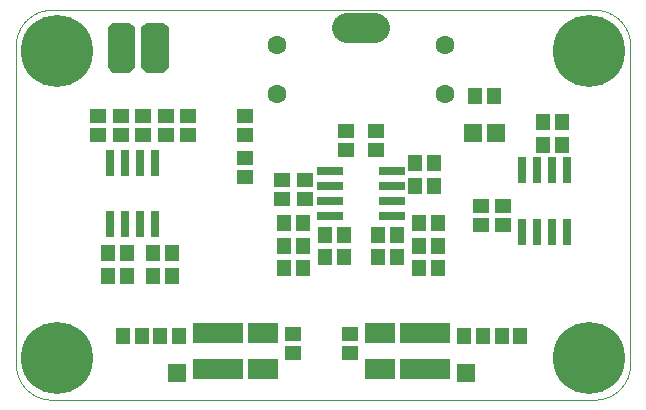
<source format=gts>
G75*
%MOIN*%
%OFA0B0*%
%FSLAX25Y25*%
%IPPOS*%
%LPD*%
%AMOC8*
5,1,8,0,0,1.08239X$1,22.5*
%
%ADD10C,0.00394*%
%ADD11C,0.01600*%
%ADD12R,0.02762X0.09061*%
%ADD13R,0.05518X0.04731*%
%ADD14R,0.09849X0.06699*%
%ADD15R,0.09061X0.02762*%
%ADD16R,0.04731X0.05518*%
%ADD17R,0.16935X0.06699*%
%ADD18C,0.06306*%
%ADD19C,0.09849*%
%ADD20C,0.24022*%
%ADD21R,0.06306X0.06306*%
D10*
X0032280Y0024681D02*
X0213383Y0024681D01*
X0213668Y0024684D01*
X0213954Y0024695D01*
X0214239Y0024712D01*
X0214523Y0024736D01*
X0214807Y0024767D01*
X0215090Y0024805D01*
X0215371Y0024850D01*
X0215652Y0024901D01*
X0215932Y0024959D01*
X0216210Y0025024D01*
X0216486Y0025096D01*
X0216760Y0025174D01*
X0217033Y0025259D01*
X0217303Y0025351D01*
X0217571Y0025449D01*
X0217837Y0025553D01*
X0218100Y0025664D01*
X0218360Y0025781D01*
X0218618Y0025904D01*
X0218872Y0026034D01*
X0219123Y0026170D01*
X0219371Y0026311D01*
X0219615Y0026459D01*
X0219856Y0026612D01*
X0220092Y0026772D01*
X0220325Y0026937D01*
X0220554Y0027107D01*
X0220779Y0027283D01*
X0220999Y0027465D01*
X0221215Y0027651D01*
X0221426Y0027843D01*
X0221633Y0028040D01*
X0221835Y0028242D01*
X0222032Y0028449D01*
X0222224Y0028660D01*
X0222410Y0028876D01*
X0222592Y0029096D01*
X0222768Y0029321D01*
X0222938Y0029550D01*
X0223103Y0029783D01*
X0223263Y0030019D01*
X0223416Y0030260D01*
X0223564Y0030504D01*
X0223705Y0030752D01*
X0223841Y0031003D01*
X0223971Y0031257D01*
X0224094Y0031515D01*
X0224211Y0031775D01*
X0224322Y0032038D01*
X0224426Y0032304D01*
X0224524Y0032572D01*
X0224616Y0032842D01*
X0224701Y0033115D01*
X0224779Y0033389D01*
X0224851Y0033665D01*
X0224916Y0033943D01*
X0224974Y0034223D01*
X0225025Y0034504D01*
X0225070Y0034785D01*
X0225108Y0035068D01*
X0225139Y0035352D01*
X0225163Y0035636D01*
X0225180Y0035921D01*
X0225191Y0036207D01*
X0225194Y0036492D01*
X0225194Y0142791D01*
X0225191Y0143076D01*
X0225180Y0143362D01*
X0225163Y0143647D01*
X0225139Y0143931D01*
X0225108Y0144215D01*
X0225070Y0144498D01*
X0225025Y0144779D01*
X0224974Y0145060D01*
X0224916Y0145340D01*
X0224851Y0145618D01*
X0224779Y0145894D01*
X0224701Y0146168D01*
X0224616Y0146441D01*
X0224524Y0146711D01*
X0224426Y0146979D01*
X0224322Y0147245D01*
X0224211Y0147508D01*
X0224094Y0147768D01*
X0223971Y0148026D01*
X0223841Y0148280D01*
X0223705Y0148531D01*
X0223564Y0148779D01*
X0223416Y0149023D01*
X0223263Y0149264D01*
X0223103Y0149500D01*
X0222938Y0149733D01*
X0222768Y0149962D01*
X0222592Y0150187D01*
X0222410Y0150407D01*
X0222224Y0150623D01*
X0222032Y0150834D01*
X0221835Y0151041D01*
X0221633Y0151243D01*
X0221426Y0151440D01*
X0221215Y0151632D01*
X0220999Y0151818D01*
X0220779Y0152000D01*
X0220554Y0152176D01*
X0220325Y0152346D01*
X0220092Y0152511D01*
X0219856Y0152671D01*
X0219615Y0152824D01*
X0219371Y0152972D01*
X0219123Y0153113D01*
X0218872Y0153249D01*
X0218618Y0153379D01*
X0218360Y0153502D01*
X0218100Y0153619D01*
X0217837Y0153730D01*
X0217571Y0153834D01*
X0217303Y0153932D01*
X0217033Y0154024D01*
X0216760Y0154109D01*
X0216486Y0154187D01*
X0216210Y0154259D01*
X0215932Y0154324D01*
X0215652Y0154382D01*
X0215371Y0154433D01*
X0215090Y0154478D01*
X0214807Y0154516D01*
X0214523Y0154547D01*
X0214239Y0154571D01*
X0213954Y0154588D01*
X0213668Y0154599D01*
X0213383Y0154602D01*
X0032280Y0154602D01*
X0031995Y0154599D01*
X0031709Y0154588D01*
X0031424Y0154571D01*
X0031140Y0154547D01*
X0030856Y0154516D01*
X0030573Y0154478D01*
X0030292Y0154433D01*
X0030011Y0154382D01*
X0029731Y0154324D01*
X0029453Y0154259D01*
X0029177Y0154187D01*
X0028903Y0154109D01*
X0028630Y0154024D01*
X0028360Y0153932D01*
X0028092Y0153834D01*
X0027826Y0153730D01*
X0027563Y0153619D01*
X0027303Y0153502D01*
X0027045Y0153379D01*
X0026791Y0153249D01*
X0026540Y0153113D01*
X0026292Y0152972D01*
X0026048Y0152824D01*
X0025807Y0152671D01*
X0025571Y0152511D01*
X0025338Y0152346D01*
X0025109Y0152176D01*
X0024884Y0152000D01*
X0024664Y0151818D01*
X0024448Y0151632D01*
X0024237Y0151440D01*
X0024030Y0151243D01*
X0023828Y0151041D01*
X0023631Y0150834D01*
X0023439Y0150623D01*
X0023253Y0150407D01*
X0023071Y0150187D01*
X0022895Y0149962D01*
X0022725Y0149733D01*
X0022560Y0149500D01*
X0022400Y0149264D01*
X0022247Y0149023D01*
X0022099Y0148779D01*
X0021958Y0148531D01*
X0021822Y0148280D01*
X0021692Y0148026D01*
X0021569Y0147768D01*
X0021452Y0147508D01*
X0021341Y0147245D01*
X0021237Y0146979D01*
X0021139Y0146711D01*
X0021047Y0146441D01*
X0020962Y0146168D01*
X0020884Y0145894D01*
X0020812Y0145618D01*
X0020747Y0145340D01*
X0020689Y0145060D01*
X0020638Y0144779D01*
X0020593Y0144498D01*
X0020555Y0144215D01*
X0020524Y0143931D01*
X0020500Y0143647D01*
X0020483Y0143362D01*
X0020472Y0143076D01*
X0020469Y0142791D01*
X0020469Y0036492D01*
X0020472Y0036207D01*
X0020483Y0035921D01*
X0020500Y0035636D01*
X0020524Y0035352D01*
X0020555Y0035068D01*
X0020593Y0034785D01*
X0020638Y0034504D01*
X0020689Y0034223D01*
X0020747Y0033943D01*
X0020812Y0033665D01*
X0020884Y0033389D01*
X0020962Y0033115D01*
X0021047Y0032842D01*
X0021139Y0032572D01*
X0021237Y0032304D01*
X0021341Y0032038D01*
X0021452Y0031775D01*
X0021569Y0031515D01*
X0021692Y0031257D01*
X0021822Y0031003D01*
X0021958Y0030752D01*
X0022099Y0030504D01*
X0022247Y0030260D01*
X0022400Y0030019D01*
X0022560Y0029783D01*
X0022725Y0029550D01*
X0022895Y0029321D01*
X0023071Y0029096D01*
X0023253Y0028876D01*
X0023439Y0028660D01*
X0023631Y0028449D01*
X0023828Y0028242D01*
X0024030Y0028040D01*
X0024237Y0027843D01*
X0024448Y0027651D01*
X0024664Y0027465D01*
X0024884Y0027283D01*
X0025109Y0027107D01*
X0025338Y0026937D01*
X0025571Y0026772D01*
X0025807Y0026612D01*
X0026048Y0026459D01*
X0026292Y0026311D01*
X0026540Y0026170D01*
X0026791Y0026034D01*
X0027045Y0025904D01*
X0027303Y0025781D01*
X0027563Y0025664D01*
X0027826Y0025553D01*
X0028092Y0025449D01*
X0028360Y0025351D01*
X0028630Y0025259D01*
X0028903Y0025174D01*
X0029177Y0025096D01*
X0029453Y0025024D01*
X0029731Y0024959D01*
X0030011Y0024901D01*
X0030292Y0024850D01*
X0030573Y0024805D01*
X0030856Y0024767D01*
X0031140Y0024736D01*
X0031424Y0024712D01*
X0031709Y0024695D01*
X0031995Y0024684D01*
X0032280Y0024681D01*
D11*
X0052969Y0134681D02*
X0051719Y0135931D01*
X0051719Y0148431D01*
X0052969Y0149681D01*
X0057969Y0149681D01*
X0059219Y0148431D01*
X0059219Y0135931D01*
X0057969Y0134681D01*
X0052969Y0134681D01*
X0052672Y0134978D02*
X0058266Y0134978D01*
X0059219Y0136577D02*
X0051719Y0136577D01*
X0051719Y0138175D02*
X0059219Y0138175D01*
X0059219Y0139774D02*
X0051719Y0139774D01*
X0051719Y0141372D02*
X0059219Y0141372D01*
X0059219Y0142971D02*
X0051719Y0142971D01*
X0051719Y0144569D02*
X0059219Y0144569D01*
X0059219Y0146168D02*
X0051719Y0146168D01*
X0051719Y0147766D02*
X0059219Y0147766D01*
X0058285Y0149365D02*
X0052653Y0149365D01*
X0062969Y0148431D02*
X0062969Y0135931D01*
X0064219Y0134681D01*
X0069219Y0134681D01*
X0070469Y0135931D01*
X0070469Y0148431D01*
X0069219Y0149681D01*
X0064219Y0149681D01*
X0062969Y0148431D01*
X0062969Y0147766D02*
X0070469Y0147766D01*
X0070469Y0146168D02*
X0062969Y0146168D01*
X0062969Y0144569D02*
X0070469Y0144569D01*
X0070469Y0142971D02*
X0062969Y0142971D01*
X0062969Y0141372D02*
X0070469Y0141372D01*
X0070469Y0139774D02*
X0062969Y0139774D01*
X0062969Y0138175D02*
X0070469Y0138175D01*
X0070469Y0136577D02*
X0062969Y0136577D01*
X0063922Y0134978D02*
X0069516Y0134978D01*
X0069535Y0149365D02*
X0063903Y0149365D01*
D12*
X0061719Y0103667D03*
X0056719Y0103667D03*
X0051719Y0103667D03*
X0066719Y0103667D03*
X0066719Y0083195D03*
X0061719Y0083195D03*
X0056719Y0083195D03*
X0051719Y0083195D03*
X0189219Y0080695D03*
X0194219Y0080695D03*
X0199219Y0080695D03*
X0204219Y0080695D03*
X0204219Y0101167D03*
X0199219Y0101167D03*
X0194219Y0101167D03*
X0189219Y0101167D03*
D13*
X0182969Y0089081D03*
X0182969Y0082781D03*
X0175469Y0082781D03*
X0175469Y0089081D03*
X0140469Y0107781D03*
X0140469Y0114081D03*
X0130469Y0114081D03*
X0130469Y0107781D03*
X0116719Y0097831D03*
X0116719Y0091531D03*
X0109219Y0091531D03*
X0109219Y0097831D03*
X0096719Y0099031D03*
X0096719Y0105331D03*
X0096719Y0112781D03*
X0096719Y0119081D03*
X0077969Y0119081D03*
X0070469Y0119081D03*
X0062969Y0119081D03*
X0055469Y0119081D03*
X0047969Y0119081D03*
X0047969Y0112781D03*
X0055469Y0112781D03*
X0062969Y0112781D03*
X0070469Y0112781D03*
X0077969Y0112781D03*
X0112969Y0046581D03*
X0112969Y0040281D03*
X0131719Y0040281D03*
X0131719Y0046581D03*
D14*
X0141719Y0046837D03*
X0141719Y0035026D03*
X0102969Y0035026D03*
X0102969Y0046837D03*
D15*
X0125233Y0085931D03*
X0125233Y0090931D03*
X0125233Y0095931D03*
X0125233Y0100931D03*
X0145705Y0100931D03*
X0145705Y0095931D03*
X0145705Y0090931D03*
X0145705Y0085931D03*
D16*
X0154820Y0083431D03*
X0161119Y0083431D03*
X0161119Y0075931D03*
X0154820Y0075931D03*
X0147369Y0072181D03*
X0141070Y0072181D03*
X0141070Y0079681D03*
X0147369Y0079681D03*
X0154820Y0068431D03*
X0161119Y0068431D03*
X0169820Y0045931D03*
X0176119Y0045931D03*
X0182320Y0045931D03*
X0188619Y0045931D03*
X0129869Y0072181D03*
X0123570Y0072181D03*
X0116119Y0068431D03*
X0109820Y0068431D03*
X0109820Y0075931D03*
X0116119Y0075931D03*
X0123570Y0079681D03*
X0129869Y0079681D03*
X0116119Y0083431D03*
X0109820Y0083431D03*
X0072369Y0073431D03*
X0066070Y0073431D03*
X0066070Y0065931D03*
X0072369Y0065931D03*
X0057369Y0065931D03*
X0051070Y0065931D03*
X0051070Y0073431D03*
X0057369Y0073431D03*
X0056070Y0045931D03*
X0062369Y0045931D03*
X0068570Y0045931D03*
X0074869Y0045931D03*
X0153570Y0095931D03*
X0159869Y0095931D03*
X0159869Y0103431D03*
X0153570Y0103431D03*
X0173570Y0125931D03*
X0179869Y0125931D03*
X0196070Y0117181D03*
X0202369Y0117181D03*
X0202369Y0109681D03*
X0196070Y0109681D03*
D17*
X0156719Y0046837D03*
X0156719Y0035026D03*
X0087969Y0035026D03*
X0087969Y0046837D03*
D18*
X0107516Y0126413D03*
X0107516Y0142949D03*
X0163422Y0142949D03*
X0163422Y0126413D03*
D19*
X0140194Y0148461D02*
X0130745Y0148461D01*
D20*
X0211414Y0140823D03*
X0211414Y0038461D03*
X0034249Y0038461D03*
X0034249Y0140823D03*
D21*
X0055469Y0142181D03*
X0066719Y0142181D03*
X0172969Y0113431D03*
X0180469Y0113431D03*
X0170469Y0033431D03*
X0074219Y0033431D03*
M02*

</source>
